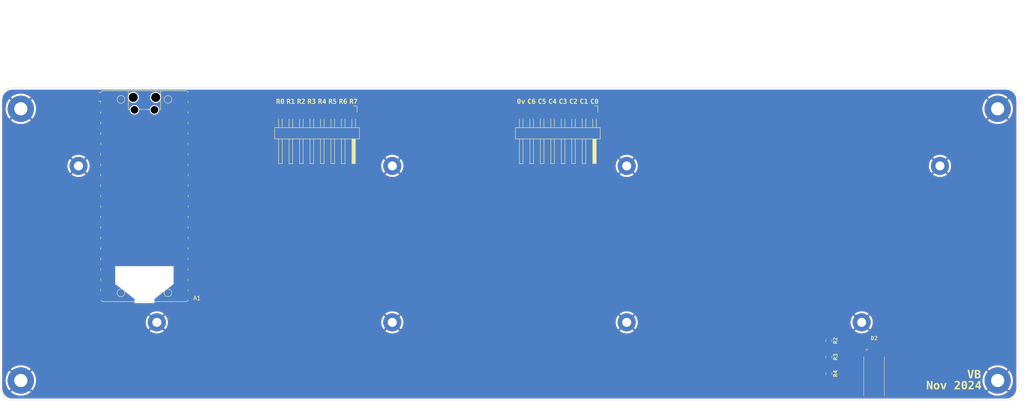
<source format=kicad_pcb>
(kicad_pcb (version 20240108) (generator "pcbnew") (generator_version "8.0")
  (layers (0 "F.Cu" signal) (31 "B.Cu" signal) (34 "B.Paste" user) (35 "F.Paste" user) (36 "B.SilkS" user "B.Silkscreen") (37 "F.SilkS" user "F.Silkscreen") (38 "B.Mask" user) (39 "F.Mask" user) (44 "Edge.Cuts" user))
  (net 0 "")
  (net 5 "/Col6")
  (net 6 "/LED B")
  (net 16 "+3V3")
  (net 17 "/LED G")
  (net 18 "/LED R")
  (net 19 "/Col0")
  (net 20 "/Col1")
  (net 21 "/Col2")
  (net 22 "/Col3")
  (net 23 "/Col4")
  (net 24 "/Col5")
  (net 25 "/HRow7")
  (net 26 "/HRow0")
  (net 27 "GND")
  (net 28 "/HRow1")
  (net 29 "/HRow4")
  (net 30 "/HRow3")
  (net 31 "/HRow6")
  (net 32 "/HRow5")
  (net 33 "/HRow2")
  (net 34 "Net-(D2-BK)")
  (net 35 "Net-(D2-RK)")
  (net 36 "Net-(D2-GK)")
  (footprint "MountingHole:MountingHole_2.2mm_M2_Pad" (layer "F.Cu") (at 251.75 97.375)
    (property "Reference" "H2" (hide yes))
    (property "Value" "M2")
    (pad "1" thru_hole circle (at 0 0) (size 4.4 4.4) (drill 2.2) (layers "*.Cu" "*.Mask") (net 27 "GND"))
  )
  (footprint "MountingHole:MountingHole_3.2mm_M3_Pad" (layer "F.Cu") (at 265.75 149.5)
    (property "Reference" "H12" (hide yes))
    (property "Value" "M3")
    (pad "1" thru_hole circle (at 0 0) (size 6.4 6.4) (drill 3.2) (layers "*.Cu" "*.Mask") (net 27 "GND"))
  )
  (footprint "MountingHole:MountingHole_2.2mm_M2_Pad" (layer "F.Cu") (at 118.875 135.375)
    (property "Reference" "H8" (hide yes))
    (property "Value" "M2")
    (pad "1" thru_hole circle (at 0 0) (size 4.4 4.4) (drill 2.2) (layers "*.Cu" "*.Mask") (net 27 "GND"))
  )
  (footprint "Module_RaspberryPi_Pico:RaspberryPi_Pico_Common_SMD" (layer "F.Cu") (at 58.75 104.72)
    (property "Reference" "A1" (at 11.7475 24.765 0) (layer "F.SilkS") (effects (justify left)))
    (property "Value" "RaspberryPi_Pico")
    (pad "" np_thru_hole circle (at -2.725 -24) (size 2.2 2.2) (drill 2.2) (layers "*.Mask"))
    (pad "" np_thru_hole circle (at -2.425 -20.97) (size 1.85 1.85) (drill 1.85) (layers "*.Mask"))
    (pad "" np_thru_hole circle (at 2.425 -20.97) (size 1.85 1.85) (drill 1.85) (layers "*.Mask"))
    (pad "" np_thru_hole circle (at 2.725 -24) (size 2.2 2.2) (drill 2.2) (layers "*.Mask"))
    (pad "1" smd custom (at -8.89 -24.13) (size 1.6 1.6) (layers "F.Cu" "F.Paste" "F.Mask") (options (clearance outline) (anchor circle)) (primitives (gr_poly (pts (xy -2.4 0.6) (xy -2.4 -0.6) (xy -2.2 -0.8) (xy 0 -0.8) (xy 0 0.8) (xy -2.2 0.8)) (width 0) (fill yes)) (gr_circle (center -2.2 0.6) (end -2 0.6) (width 0) (fill yes)) (gr_circle (center -2.2 -0.6) (end -2 -0.6) (width 0) (fill yes))))
    (pad "2" smd roundrect (at -8.89 -21.59) (size 3.2 1.6) (drill (offset -0.8 0)) (layers "F.Cu" "F.Paste" "F.Mask") (roundrect_rratio 0.5))
    (pad "3" smd custom (at -8.89 -19.05) (size 1.6 1.6) (layers "F.Cu" "F.Paste" "F.Mask") (net 27 "GND") (options (clearance outline) (anchor circle)) (primitives (gr_poly (pts (xy 0.8 -0.6) (xy 0.8 0.6) (xy 0.6 0.8) (xy -1.6 0.8) (xy -1.6 -0.8) (xy 0.6 -0.8)) (width 0) (fill yes)) (gr_circle (center 0.6 0.6) (end 0.8 0.6) (width 0) (fill yes)) (gr_circle (center 0.6 -0.6) (end 0.8 -0.6) (width 0) (fill yes)) (gr_circle (center -1.6 0) (end -0.8 0) (width 0) (fill yes))))
    (pad "4" smd roundrect (at -8.89 -16.51) (size 3.2 1.6) (drill (offset -0.8 0)) (layers "F.Cu" "F.Paste" "F.Mask") (roundrect_rratio 0.5))
    (pad "5" smd roundrect (at -8.89 -13.97) (size 3.2 1.6) (drill (offset -0.8 0)) (layers "F.Cu" "F.Paste" "F.Mask") (roundrect_rratio 0.5))
    (pad "6" smd roundrect (at -8.89 -11.43) (size 3.2 1.6) (drill (offset -0.8 0)) (layers "F.Cu" "F.Paste" "F.Mask") (roundrect_rratio 0.5))
    (pad "7" smd roundrect (at -8.89 -8.89) (size 3.2 1.6) (drill (offset -0.8 0)) (layers "F.Cu" "F.Paste" "F.Mask") (roundrect_rratio 0.5) (net 26 "/HRow0"))
    (pad "8" smd custom (at -8.89 -6.35) (size 1.6 1.6) (layers "F.Cu" "F.Paste" "F.Mask") (net 27 "GND") (options (clearance outline) (anchor circle)) (primitives (gr_poly (pts (xy 0.8 -0.6) (xy 0.8 0.6) (xy 0.6 0.8) (xy -1.6 0.8) (xy -1.6 -0.8) (xy 0.6 -0.8)) (width 0) (fill yes)) (gr_circle (center 0.6 0.6) (end 0.8 0.6) (width 0) (fill yes)) (gr_circle (center 0.6 -0.6) (end 0.8 -0.6) (width 0) (fill yes)) (gr_circle (center -1.6 0) (end -0.8 0) (width 0) (fill yes))))
    (pad "9" smd roundrect (at -8.89 -3.81) (size 3.2 1.6) (drill (offset -0.8 0)) (layers "F.Cu" "F.Paste" "F.Mask") (roundrect_rratio 0.5) (net 28 "/HRow1"))
    (pad "10" smd roundrect (at -8.89 -1.27) (size 3.2 1.6) (drill (offset -0.8 0)) (layers "F.Cu" "F.Paste" "F.Mask") (roundrect_rratio 0.5) (net 33 "/HRow2"))
    (pad "11" smd roundrect (at -8.89 1.27) (size 3.2 1.6) (drill (offset -0.8 0)) (layers "F.Cu" "F.Paste" "F.Mask") (roundrect_rratio 0.5) (net 30 "/HRow3"))
    (pad "12" smd roundrect (at -8.89 3.81) (size 3.2 1.6) (drill (offset -0.8 0)) (layers "F.Cu" "F.Paste" "F.Mask") (roundrect_rratio 0.5) (net 29 "/HRow4"))
    (pad "13" smd custom (at -8.89 6.35) (size 1.6 1.6) (layers "F.Cu" "F.Paste" "F.Mask") (net 27 "GND") (options (clearance outline) (anchor circle)) (primitives (gr_poly (pts (xy 0.8 -0.6) (xy 0.8 0.6) (xy 0.6 0.8) (xy -1.6 0.8) (xy -1.6 -0.8) (xy 0.6 -0.8)) (width 0) (fill yes)) (gr_circle (center 0.6 0.6) (end 0.8 0.6) (width 0) (fill yes)) (gr_circle (center 0.6 -0.6) (end 0.8 -0.6) (width 0) (fill yes)) (gr_circle (center -1.6 0) (end -0.8 0) (width 0) (fill yes))))
    (pad "14" smd roundrect (at -8.89 8.89) (size 3.2 1.6) (drill (offset -0.8 0)) (layers "F.Cu" "F.Paste" "F.Mask") (roundrect_rratio 0.5) (net 32 "/HRow5"))
    (pad "15" smd roundrect (at -8.89 11.43) (size 3.2 1.6) (drill (offset -0.8 0)) (layers "F.Cu" "F.Paste" "F.Mask") (roundrect_rratio 0.5) (net 31 "/HRow6"))
    (pad "16" smd roundrect (at -8.89 13.97) (size 3.2 1.6) (drill (offset -0.8 0)) (layers "F.Cu" "F.Paste" "F.Mask") (roundrect_rratio 0.5) (net 25 "/HRow7"))
    (pad "17" smd roundrect (at -8.89 16.51) (size 3.2 1.6) (drill (offset -0.8 0)) (layers "F.Cu" "F.Paste" "F.Mask") (roundrect_rratio 0.5) (net 18 "/LED R"))
    (pad "18" smd custom (at -8.89 19.05) (size 1.6 1.6) (layers "F.Cu" "F.Paste" "F.Mask") (net 27 "GND") (options (clearance outline) (anchor circle)) (primitives (gr_poly (pts (xy 0.8 -0.6) (xy 0.8 0.6) (xy 0.6 0.8) (xy -1.6 0.8) (xy -1.6 -0.8) (xy 0.6 -0.8)) (width 0) (fill yes)) (gr_circle (center 0.6 0.6) (end 0.8 0.6) (width 0) (fill yes)) (gr_circle (center 0.6 -0.6) (end 0.8 -0.6) (width 0) (fill yes)) (gr_circle (center -1.6 0) (end -0.8 0) (width 0) (fill yes))))
    (pad "19" smd roundrect (at -8.89 21.59) (size 3.2 1.6) (drill (offset -0.8 0)) (layers "F.Cu" "F.Paste" "F.Mask") (roundrect_rratio 0.5) (net 17 "/LED G"))
    (pad "20" smd roundrect (at -8.89 24.13) (size 3.2 1.6) (drill (offset -0.8 0)) (layers "F.Cu" "F.Paste" "F.Mask") (roundrect_rratio 0.5) (net 6 "/LED B"))
    (pad "21" smd roundrect (at 8.89 24.13) (size 3.2 1.6) (drill (offset 0.8 0)) (layers "F.Cu" "F.Paste" "F.Mask") (roundrect_rratio 0.5) (net 19 "/Col0"))
    (pad "22" smd roundrect (at 8.89 21.59) (size 3.2 1.6) (drill (offset 0.8 0)) (layers "F.Cu" "F.Paste" "F.Mask") (roundrect_rratio 0.5) (net 20 "/Col1"))
    (pad "23" smd custom (at 8.89 19.05) (size 1.6 1.6) (layers "F.Cu" "F.Paste" "F.Mask") (net 27 "GND") (options (clearance outline) (anchor circle)) (primitives (gr_poly (pts (xy -0.8 -0.6) (xy -0.8 0.6) (xy -0.6 0.8) (xy 1.6 0.8) (xy 1.6 -0.8) (xy -0.6 -0.8)) (width 0) (fill yes)) (gr_circle (center -0.6 0.6) (end -0.4 0.6) (width 0) (fill yes)) (gr_circle (center -0.6 -0.6) (end -0.4 -0.6) (width 0) (fill yes)) (gr_circle (center 1.6 0) (end 2.4 0) (width 0) (fill yes))))
    (pad "24" smd roundrect (at 8.89 16.51) (size 3.2 1.6) (drill (offset 0.8 0)) (layers "F.Cu" "F.Paste" "F.Mask") (roundrect_rratio 0.5) (net 21 "/Col2"))
    (pad "25" smd roundrect (at 8.89 13.97) (size 3.2 1.6) (drill (offset 0.8 0)) (layers "F.Cu" "F.Paste" "F.Mask") (roundrect_rratio 0.5) (net 22 "/Col3"))
    (pad "26" smd roundrect (at 8.89 11.43) (size 3.2 1.6) (drill (offset 0.8 0)) (layers "F.Cu" "F.Paste" "F.Mask") (roundrect_rratio 0.5) (net 23 "/Col4"))
    (pad "27" smd roundrect (at 8.89 8.89) (size 3.2 1.6) (drill (offset 0.8 0)) (layers "F.Cu" "F.Paste" "F.Mask") (roundrect_rratio 0.5) (net 24 "/Col5"))
    (pad "28" smd custom (at 8.89 6.35) (size 1.6 1.6) (layers "F.Cu" "F.Paste" "F.Mask") (net 27 "GND") (options (clearance outline) (anchor circle)) (primitives (gr_poly (pts (xy -0.8 -0.6) (xy -0.8 0.6) (xy -0.6 0.8) (xy 1.6 0.8) (xy 1.6 -0.8) (xy -0.6 -0.8)) (width 0) (fill yes)) (gr_circle (center -0.6 0.6) (end -0.4 0.6) (width 0) (fill yes)) (gr_circle (center -0.6 -0.6) (end -0.4 -0.6) (width 0) (fill yes)) (gr_circle (center 1.6 0) (end 2.4 0) (width 0) (fill yes))))
    (pad "29" smd roundrect (at 8.89 3.81) (size 3.2 1.6) (drill (offset 0.8 0)) (layers "F.Cu" "F.Paste" "F.Mask") (roundrect_rratio 0.5) (net 5 "/Col6"))
    (pad "30" smd roundrect (at 8.89 1.27) (size 3.2 1.6) (drill (offset 0.8 0)) (layers "F.Cu" "F.Paste" "F.Mask") (roundrect_rratio 0.5))
    (pad "31" smd roundrect (at 8.89 -1.27) (size 3.2 1.6) (drill (offset 0.8 0)) (layers "F.Cu" "F.Paste" "F.Mask") (roundrect_rratio 0.5))
    (pad "32" smd roundrect (at 8.89 -3.81) (size 3.2 1.6) (drill (offset 0.8 0)) (layers "F.Cu" "F.Paste" "F.Mask") (roundrect_rratio 0.5))
    (pad "33" smd custom (at 8.89 -6.35) (size 1.6 1.6) (layers "F.Cu" "F.Paste" "F.Mask") (net 27 "GND") (options (clearance outline) (anchor circle)) (primitives (gr_poly (pts (xy -0.8 -0.6) (xy -0.8 0.6) (xy -0.6 0.8) (xy 1.6 0.8) (xy 1.6 -0.8) (xy -0.6 -0.8)) (width 0) (fill yes)) (gr_circle (center -0.6 0.6) (end -0.4 0.6) (width 0) (fill yes)) (gr_circle (center -0.6 -0.6) (end -0.4 -0.6) (width 0) (fill yes)) (gr_circle (center 1.6 0) (end 2.4 0) (width 0) (fill yes))))
    (pad "34" smd roundrect (at 8.89 -8.89) (size 3.2 1.6) (drill (offset 0.8 0)) (layers "F.Cu" "F.Paste" "F.Mask") (roundrect_rratio 0.5))
    (pad "35" smd roundrect (at 8.89 -11.43) (size 3.2 1.6) (drill (offset 0.8 0)) (layers "F.Cu" "F.Paste" "F.Mask") (roundrect_rratio 0.5))
    (pad "36" smd roundrect (at 8.89 -13.97) (size 3.2 1.6) (drill (offset 0.8 0)) (layers "F.Cu" "F.Paste" "F.Mask") (roundrect_rratio 0.5) (net 16 "+3V3"))
    (pad "37" smd roundrect (at 8.89 -16.51) (size 3.2 1.6) (drill (offset 0.8 0)) (layers "F.Cu" "F.Paste" "F.Mask") (roundrect_rratio 0.5))
    (pad "38" smd custom (at 8.89 -19.05) (size 1.6 1.6) (layers "F.Cu" "F.Paste" "F.Mask") (net 27 "GND") (options (clearance outline) (anchor circle)) (primitives (gr_poly (pts (xy -0.8 -0.6) (xy -0.8 0.6) (xy -0.6 0.8) (xy 1.6 0.8) (xy 1.6 -0.8) (xy -0.6 -0.8)) (width 0) (fill yes)) (gr_circle (center -0.6 0.6) (end -0.4 0.6) (width 0) (fill yes)) (gr_circle (center -0.6 -0.6) (end -0.4 -0.6) (width 0) (fill yes)) (gr_circle (center 1.6 0) (end 2.4 0) (width 0) (fill yes))))
    (pad "39" smd roundrect (at 8.89 -21.59) (size 3.2 1.6) (drill (offset 0.8 0)) (layers "F.Cu" "F.Paste" "F.Mask") (roundrect_rratio 0.5))
    (pad "40" smd roundrect (at 8.89 -24.13) (size 3.2 1.6) (drill (offset 0.8 0)) (layers "F.Cu" "F.Paste" "F.Mask") (roundrect_rratio 0.5))
    (zone (net 0) (net_name "") (layers "*.Cu" "*.Paste") (name "Antenna Copper Keep Out") (connect_pads (clearance 0)) (min_thickness 0.254)
      (keepout (tracks not_allowed) (vias not_allowed) (pads not_allowed) (copperpour not_allowed) (footprints allowed))
      (fill (thermal_gap 0.508) (thermal_bridge_width 0.508))
      (polygon (pts (xy 56.35 129.709895) (xy 51.65 126.059895) (xy 51.65 121.72) (xy 65.85 121.72) (xy 65.85 126.059895) (xy 61.15 129.709895) (xy 61.15 130.72) (xy 56.35 130.72)))
    )
    (zone (net 0) (net_name "") (layers "F.Cu" "F.Paste") (name "Pad Keep Out D1-W") (connect_pads (clearance 0)) (min_thickness 0.25)
      (keepout (tracks not_allowed) (vias not_allowed) (pads not_allowed) (copperpour not_allowed) (footprints allowed))
      (fill (thermal_gap 0.5) (thermal_bridge_width 0.5))
      (polygon (pts (xy 58.378778 109.520398) (xy 58.434498 109.464678) (xy 58.5073 109.434522) (xy 58.5467 109.4326) (xy 59.3341 109.4326) (xy 59.3341 111.4074) (xy 58.5467 111.4074) (xy 58.5073 111.405478) (xy 58.434498 111.375322) (xy 58.378778 111.319602) (xy 58.348622 111.2468) (xy 58.3467 111.2074) (xy 58.3467 109.6326) (xy 58.348622 109.5932)))
    )
    (zone (net 0) (net_name "") (layers "F.Cu" "F.Paste") (name "Pad Keep Out D1-W") (connect_pads (clearance 0)) (min_thickness 0.25)
      (keepout (tracks not_allowed) (vias not_allowed) (pads not_allowed) (copperpour not_allowed) (footprints allowed))
      (fill (thermal_gap 0.5) (thermal_bridge_width 0.5))
      (polygon (pts (xy 60.1215 111.4074) (xy 59.3341 111.4074) (xy 59.3341 109.4326) (xy 60.1215 109.4326) (xy 60.1609 109.434522) (xy 60.233702 109.464677) (xy 60.289423 109.520398) (xy 60.319578 109.5932) (xy 60.3215 109.6326) (xy 60.3215 111.2074) (xy 60.319578 111.2468) (xy 60.289423 111.319602) (xy 60.233702 111.375323) (xy 60.1609 111.405478)))
    )
    (zone (net 0) (net_name "") (layers "F.Cu" "F.Paste") (name "Pad Keep Out TP4") (connect_pads (clearance 0)) (min_thickness 0.25)
      (keepout (tracks not_allowed) (vias not_allowed) (pads not_allowed) (copperpour not_allowed) (footprints allowed))
      (fill (thermal_gap 0.5) (thermal_bridge_width 0.5))
      (polygon (pts (xy 55.734455 88.167861) (xy 55.607833 88.133932) (xy 55.494306 88.068388) (xy 55.401612 87.975694) (xy 55.336068 87.862167) (xy 55.302139 87.735545) (xy 55.3 87.67) (xy 55.3 87.22) (xy 57.2 87.22) (xy 57.2 87.67) (xy 57.197861 87.735545) (xy 57.163932 87.862167) (xy 57.098388 87.975694) (xy 57.005694 88.068388) (xy 56.892167 88.133932) (xy 56.765545 88.167861) (xy 56.7 88.17) (xy 55.8 88.17)))
    )
    (zone (net 0) (net_name "") (layers "F.Cu" "F.Paste") (name "Pad Keep Out TP5") (connect_pads (clearance 0)) (min_thickness 0.25)
      (keepout (tracks not_allowed) (vias not_allowed) (pads not_allowed) (copperpour not_allowed) (footprints allowed))
      (fill (thermal_gap 0.5) (thermal_bridge_width 0.5))
      (polygon (pts (xy 55.734455 90.667861) (xy 55.607833 90.633932) (xy 55.494306 90.568388) (xy 55.401612 90.475694) (xy 55.336068 90.362167) (xy 55.302139 90.235545) (xy 55.3 90.17) (xy 55.3 89.72) (xy 57.2 89.72) (xy 57.2 90.17) (xy 57.197861 90.235545) (xy 57.163932 90.362167) (xy 57.098388 90.475694) (xy 57.005694 90.568388) (xy 56.892167 90.633932) (xy 56.765545 90.667861) (xy 56.7 90.67) (xy 55.8 90.67)))
    )
    (zone (net 0) (net_name "") (layers "F.Cu" "F.Paste") (name "Pad Keep Out TP6") (connect_pads (clearance 0)) (min_thickness 0.25)
      (keepout (tracks not_allowed) (vias not_allowed) (pads not_allowed) (copperpour not_allowed) (footprints allowed))
      (fill (thermal_gap 0.5) (thermal_bridge_width 0.5))
      (polygon (pts (xy 55.734455 93.167861) (xy 55.607833 93.133932) (xy 55.494306 93.068388) (xy 55.401612 92.975694) (xy 55.336068 92.862167) (xy 55.302139 92.735545) (xy 55.3 92.67) (xy 55.3 92.22) (xy 57.2 92.22) (xy 57.2 92.67) (xy 57.197861 92.735545) (xy 57.163932 92.862167) (xy 57.098388 92.975694) (xy 57.005694 93.068388) (xy 56.892167 93.133932) (xy 56.765545 93.167861) (xy 56.7 93.17) (xy 55.8 93.17)))
    )
    (zone (net 0) (net_name "") (layers "F.Cu" "F.Paste") (name "Pad Keep Out TP3") (connect_pads (clearance 0)) (min_thickness 0.25)
      (keepout (tracks not_allowed) (vias not_allowed) (pads not_allowed) (copperpour not_allowed) (footprints allowed))
      (fill (thermal_gap 0.5) (thermal_bridge_width 0.5))
      (polygon (pts (xy 56.802139 79.904455) (xy 56.836068 79.777833) (xy 56.901612 79.664306) (xy 56.994306 79.571612) (xy 57.107833 79.506068) (xy 57.234455 79.472139) (xy 57.3 79.47) (xy 57.75 79.47) (xy 57.75 81.37) (xy 57.3 81.37) (xy 57.234455 81.367861) (xy 57.107833 81.333932) (xy 56.994306 81.268388) (xy 56.901612 81.175694) (xy 56.836068 81.062167) (xy 56.802139 80.935545) (xy 56.8 80.87) (xy 56.8 79.97)))
    )
    (zone (net 0) (net_name "") (layers "F.Cu" "F.Paste") (name "Pad Keep Out TP4") (connect_pads (clearance 0)) (min_thickness 0.25)
      (keepout (tracks not_allowed) (vias not_allowed) (pads not_allowed) (copperpour not_allowed) (footprints allowed))
      (fill (thermal_gap 0.5) (thermal_bridge_width 0.5))
      (polygon (pts (xy 57.2 87.22) (xy 57.2 86.77) (xy 57.197861 86.704455) (xy 57.163933 86.577833) (xy 57.098388 86.464306) (xy 57.005694 86.371612) (xy 56.892167 86.306067) (xy 56.765545 86.272139) (xy 56.7 86.27) (xy 55.8 86.27) (xy 55.734455 86.272139) (xy 55.607833 86.306067) (xy 55.494306 86.371612) (xy 55.401612 86.464306) (xy 55.336067 86.577833) (xy 55.302139 86.704455) (xy 55.3 86.77) (xy 55.3 87.22)))
    )
    (zone (net 0) (net_name "") (layers "F.Cu" "F.Paste") (name "Pad Keep Out TP5") (connect_pads (clearance 0)) (min_thickness 0.25)
      (keepout (tracks not_allowed) (vias not_allowed) (pads not_allowed) (copperpour not_allowed) (footprints allowed))
      (fill (thermal_gap 0.5) (thermal_bridge_width 0.5))
      (polygon (pts (xy 57.2 89.72) (xy 57.2 89.27) (xy 57.197861 89.204455) (xy 57.163933 89.077833) (xy 57.098388 88.964306) (xy 57.005694 88.871612) (xy 56.892167 88.806067) (xy 56.765545 88.772139) (xy 56.7 88.77) (xy 55.8 88.77) (xy 55.734455 88.772139) (xy 55.607833 88.806067) (xy 55.494306 88.871612) (xy 55.401612 88.964306) (xy 55.336067 89.077833) (xy 55.302139 89.204455) (xy 55.3 89.27) (xy 55.3 89.72)))
    )
    (zone (net 0) (net_name "") (layers "F.Cu" "F.Paste") (name "Pad Keep Out TP6") (connect_pads (clearance 0)) (min_thickness 0.25)
      (keepout (tracks not_allowed) (vias not_allowed) (pads not_allowed) (copperpour not_allowed) (footprints allowed))
      (fill (thermal_gap 0.5) (thermal_bridge_width 0.5))
      (polygon (pts (xy 57.2 92.22) (xy 57.2 91.77) (xy 57.197861 91.704455) (xy 57.163933 91.577833) (xy 57.098388 91.464306) (xy 57.005694 91.371612) (xy 56.892167 91.306067) (xy 56.765545 91.272139) (xy 56.7 91.27) (xy 55.8 91.27) (xy 55.734455 91.272139) (xy 55.607833 91.306067) (xy 55.494306 91.371612) (xy 55.401612 91.464306) (xy 55.336067 91.577833) (xy 55.302139 91.704455) (xy 55.3 91.77) (xy 55.3 92.22)))
    )
    (zone (net 0) (net_name "") (layers "F.Cu" "F.Paste") (name "Pad Keep Out TP3") (connect_pads (clearance 0)) (min_thickness 0.25)
      (keepout (tracks not_allowed) (vias not_allowed) (pads not_allowed) (copperpour not_allowed) (footprints allowed))
      (fill (thermal_gap 0.5) (thermal_bridge_width 0.5))
      (polygon (pts (xy 57.75 81.37) (xy 58.2 81.37) (xy 58.265545 81.367861) (xy 58.392167 81.333933) (xy 58.505694 81.268388) (xy 58.598388 81.175694) (xy 58.663933 81.062167) (xy 58.697861 80.935545) (xy 58.7 80.87) (xy 58.7 79.97) (xy 58.697861 79.904455) (xy 58.663933 79.777833) (xy 58.598388 79.664306) (xy 58.505694 79.571612) (xy 58.392167 79.506067) (xy 58.265545 79.472139) (xy 58.2 79.47) (xy 57.75 79.47)))
    )
    (zone (net 0) (net_name "") (layers "F.Cu" "F.Paste") (name "Pad Keep Out TP1") (connect_pads (clearance 0)) (min_thickness 0.25)
      (keepout (tracks not_allowed) (vias not_allowed) (pads not_allowed) (copperpour not_allowed) (footprints allowed))
      (fill (thermal_gap 0.5) (thermal_bridge_width 0.5))
      (polygon (pts (xy 57.802139 83.204455) (xy 57.836068 83.077833) (xy 57.901612 82.964306) (xy 57.994306 82.871612) (xy 58.107833 82.806068) (xy 58.234455 82.772139) (xy 58.3 82.77) (xy 58.75 82.77) (xy 58.75 84.67) (xy 58.3 84.67) (xy 58.234455 84.667861) (xy 58.107833 84.633932) (xy 57.994306 84.568388) (xy 57.901612 84.475694) (xy 57.836068 84.362167) (xy 57.802139 84.235545) (xy 57.8 84.17) (xy 57.8 83.27)))
    )
    (zone (net 0) (net_name "") (layers "F.Cu" "F.Paste") (name "Pad Keep Out D2") (connect_pads (clearance 0)) (min_thickness 0.25)
      (keepout (tracks not_allowed) (vias not_allowed) (pads not_allowed) (copperpour not_allowed) (footprints allowed))
      (fill (thermal_gap 0.5) (thermal_bridge_width 0.5))
      (polygon (pts (xy 58.15 127.62) (xy 58.75 127.62) (arc (start 58.75 131.22) (mid 58.042893 130.927107) (end 57.75 130.22)) (xy 57.75 128.02) (xy 57.752193 127.956994) (xy 57.791133 127.837148) (xy 57.865201 127.735201) (xy 57.967148 127.661133) (xy 58.086994 127.622193)))
    )
    (zone (net 0) (net_name "") (layers "F.Cu" "F.Paste") (name "Pad Keep Out TP1") (connect_pads (clearance 0)) (min_thickness 0.25)
      (keepout (tracks not_allowed) (vias not_allowed) (pads not_allowed) (copperpour not_allowed) (footprints allowed))
      (fill (thermal_gap 0.5) (thermal_bridge_width 0.5))
      (polygon (pts (xy 58.75 84.67) (xy 59.2 84.67) (xy 59.265545 84.667861) (xy 59.392167 84.633933) (xy 59.505694 84.568388) (xy 59.598388 84.475694) (xy 59.663933 84.362167) (xy 59.697861 84.235545) (xy 59.7 84.17) (xy 59.7 83.27) (xy 59.697861 83.204455) (xy 59.663933 83.077833) (xy 59.598388 82.964306) (xy 59.505694 82.871612) (xy 59.392167 82.806067) (xy 59.265545 82.772139) (xy 59.2 82.77) (xy 58.75 82.77)))
    )
    (zone (net 0) (net_name "") (layers "F.Cu" "F.Paste") (name "Pad Keep Out TP2") (connect_pads (clearance 0)) (min_thickness 0.25)
      (keepout (tracks not_allowed) (vias not_allowed) (pads not_allowed) (copperpour not_allowed) (footprints allowed))
      (fill (thermal_gap 0.5) (thermal_bridge_width 0.5))
      (polygon (pts (xy 58.802139 79.919455) (xy 58.836068 79.792833) (xy 58.901612 79.679306) (xy 58.994306 79.586612) (xy 59.107833 79.521068) (xy 59.234455 79.487139) (xy 59.3 79.485) (xy 59.75 79.485) (xy 59.75 81.385) (xy 59.3 81.385) (xy 59.234455 81.382861) (xy 59.107833 81.348932) (xy 58.994306 81.283388) (xy 58.901612 81.190694) (xy 58.836068 81.077167) (xy 58.802139 80.950545) (xy 58.8 80.885) (xy 58.8 79.985)))
    )
    (zone (net 0) (net_name "") (layers "F.Cu" "F.Paste") (name "Pad Keep Out D2") (connect_pads (clearance 0)) (min_thickness 0.25)
      (keepout (tracks not_allowed) (vias not_allowed) (pads not_allowed) (copperpour not_allowed) (footprints allowed))
      (fill (thermal_gap 0.5) (thermal_bridge_width 0.5))
      (polygon (pts (xy 59.35 127.62) (xy 59.412964 127.622462) (xy 59.532728 127.661376) (xy 59.634606 127.735394) (xy 59.708624 127.837272) (xy 59.747538 127.957036) (xy 59.75 128.02) (arc (start 59.75 130.22) (mid 59.457107 130.927107) (end 58.75 131.22)) (xy 58.75 127.62)))
    )
    (zone (net 0) (net_name "") (layers "F.Cu" "F.Paste") (name "Pad Keep Out TP2") (connect_pads (clearance 0)) (min_thickness 0.25)
      (keepout (tracks not_allowed) (vias not_allowed) (pads not_allowed) (copperpour not_allowed) (footprints allowed))
      (fill (thermal_gap 0.5) (thermal_bridge_width 0.5))
      (polygon (pts (xy 59.75 81.385) (xy 60.2 81.385) (xy 60.265545 81.382861) (xy 60.392167 81.348933) (xy 60.505694 81.283388) (xy 60.598388 81.190694) (xy 60.663933 81.077167) (xy 60.697861 80.950545) (xy 60.7 80.885) (xy 60.7 79.985) (xy 60.697861 79.919455) (xy 60.663933 79.792833) (xy 60.598388 79.679306) (xy 60.505694 79.586612) (xy 60.392167 79.521067) (xy 60.265545 79.487139) (xy 60.2 79.485) (xy 59.75 79.485)))
    )
    (zone (net 0) (net_name "") (layers "F.Cu" "F.Paste") (name "Pad Keep Out D1") (connect_pads (clearance 0)) (min_thickness 0.25)
      (keepout (tracks not_allowed) (vias not_allowed) (pads not_allowed) (copperpour not_allowed) (footprints allowed))
      (fill (thermal_gap 0.5) (thermal_bridge_width 0.5))
      (polygon (pts (arc (start 55.21 130.22) (mid 55.502893 130.927107) (end 56.21 131.22)) (arc (start 56.21 127.62) (mid 55.502893 127.912893) (end 55.21 128.62))))
    )
    (zone (net 0) (net_name "") (layers "F.Cu" "F.Paste") (name "Pad Keep Out D1") (connect_pads (clearance 0)) (min_thickness 0.25)
      (keepout (tracks not_allowed) (vias not_allowed) (pads not_allowed) (copperpour not_allowed) (footprints allowed))
      (fill (thermal_gap 0.5) (thermal_bridge_width 0.5))
      (polygon (pts (arc (start 56.21 131.22) (mid 56.917107 130.927107) (end 57.21 130.22)) (arc (start 57.21 128.62) (mid 56.917107 127.912893) (end 56.21 127.62))))
    )
    (zone (net 0) (net_name "") (layers "F.Cu" "F.Paste") (name "Pad Keep Out D3") (connect_pads (clearance 0)) (min_thickness 0.25)
      (keepout (tracks not_allowed) (vias not_allowed) (pads not_allowed) (copperpour not_allowed) (footprints allowed))
      (fill (thermal_gap 0.5) (thermal_bridge_width 0.5))
      (polygon (pts (arc (start 60.290141 130.219925) (mid 60.583034 130.927032) (end 61.290141 131.219925)) (arc (start 61.290141 127.619925) (mid 60.583034 127.912818) (end 60.290141 128.619925))))
    )
    (zone (net 0) (net_name "") (layers "F.Cu" "F.Paste") (name "Pad Keep Out D3") (connect_pads (clearance 0)) (min_thickness 0.25)
      (keepout (tracks not_allowed) (vias not_allowed) (pads not_allowed) (copperpour not_allowed) (footprints allowed))
      (fill (thermal_gap 0.5) (thermal_bridge_width 0.5))
      (polygon (pts (arc (start 61.290141 131.219925) (mid 61.997248 130.927032) (end 62.290141 130.219925)) (arc (start 62.290141 128.619925) (mid 61.997248 127.912818) (end 61.290141 127.619925))))
    )
    (zone (net 0) (net_name "") (layers "F.Cu" "F.Paste") (name "Pad Keep Out D2-W") (connect_pads (clearance 0)) (min_thickness 0.254)
      (keepout (tracks not_allowed) (vias not_allowed) (pads not_allowed) (copperpour not_allowed) (footprints allowed))
      (fill (thermal_gap 0.508) (thermal_bridge_width 0.508))
      (polygon (pts (xy 62.866278 110.42) (xy 62.847382 110.227285) (xy 62.791414 110.04191) (xy 62.700506 109.870937) (xy 62.57812 109.720877) (xy 62.428919 109.597447) (xy 62.258584 109.505348) (xy 62.073605 109.448087) (xy 61.881027 109.427846) (xy 61.688184 109.445396) (xy 61.502424 109.500069) (xy 61.33082 109.589781) (xy 61.179909 109.711116) (xy 61.055441 109.859452) (xy 60.962154 110.02914) (xy 60.903603 110.213715) (xy 60.882019 110.406147) (xy 60.898222 110.599107) (xy 60.951596 110.785245) (xy 61.040108 110.957471) (xy 61.160387 111.109225) (xy 61.307851 111.234726) (xy 61.476882 111.329195) (xy 61.661044 111.389033) (xy 61.853321 111.41196) (xy 62.04639 111.397105) (xy 62.232896 111.345031) (xy 62.405736 111.257724) (xy 62.558325 111.138507) (xy 62.684853 110.991923) (xy 62.7805 110.823555) (xy 62.841622 110.639816) (xy 62.865891 110.447703)))
    )
    (zone (net 0) (net_name "") (layers "F.Cu" "F.Paste") (name "Pad Keep Out D3-W") (connect_pads (clearance 0)) (min_thickness 0.254)
      (keepout (tracks not_allowed) (vias not_allowed) (pads not_allowed) (copperpour not_allowed) (footprints allowed))
      (fill (thermal_gap 0.508) (thermal_bridge_width 0.508))
      (polygon (pts (xy 65.406278 110.42) (xy 65.387382 110.227285) (xy 65.331414 110.04191) (xy 65.240506 109.870937) (xy 65.11812 109.720877) (xy 64.968919 109.597447) (xy 64.798584 109.505348) (xy 64.613605 109.448087) (xy 64.421027 109.427846) (xy 64.228184 109.445396) (xy 64.042424 109.500069) (xy 63.87082 109.589781) (xy 63.719909 109.711116) (xy 63.595441 109.859452) (xy 63.502154 110.02914) (xy 63.443603 110.213715) (xy 63.422019 110.406147) (xy 63.438222 110.599107) (xy 63.491596 110.785245) (xy 63.580108 110.957471) (xy 63.700387 111.109225) (xy 63.847851 111.234726) (xy 64.016882 111.329195) (xy 64.201044 111.389033) (xy 64.393321 111.41196) (xy 64.58639 111.397105) (xy 64.772896 111.345031) (xy 64.945736 111.257724) (xy 65.098325 111.138507) (xy 65.224853 110.991923) (xy 65.3205 110.823555) (xy 65.381622 110.639816) (xy 65.405891 110.447703)))
    )
  )
  (footprint "Connector_Harwin:Harwin_M20-89008xx_1x08_P2.54mm_Horizontal" (layer "F.Cu") (at 159.04 89.925 -90)
    (property "Reference" "J1" (hide yes))
    (property "Value" "Conn_01x08_Pin")
    (pad "" smd rect (at 3.895 -8.89 270) (size 6 0.76) (layers "F.SilkS"))
    (pad "1" smd rect (at -5.525 -8.89 270) (size 2.5 1) (layers "F.Cu" "F.Paste" "F.Mask") (net 19 "/Col0"))
    (pad "2" smd rect (at -5.525 -6.35 270) (size 2.5 1) (layers "F.Cu" "F.Paste" "F.Mask") (net 20 "/Col1"))
    (pad "3" smd rect (at -5.525 -3.81 270) (size 2.5 1) (layers "F.Cu" "F.Paste" "F.Mask") (net 21 "/Col2"))
    (pad "4" smd rect (at -5.525 -1.27 270) (size 2.5 1) (layers "F.Cu" "F.Paste" "F.Mask") (net 22 "/Col3"))
    (pad "5" smd rect (at -5.525 1.27 270) (size 2.5 1) (layers "F.Cu" "F.Paste" "F.Mask") (net 23 "/Col4"))
    (pad "6" smd rect (at -5.525 3.81 270) (size 2.5 1) (layers "F.Cu" "F.Paste" "F.Mask") (net 24 "/Col5"))
    (pad "7" smd rect (at -5.525 6.35 270) (size 2.5 1) (layers "F.Cu" "F.Paste" "F.Mask") (net 5 "/Col6"))
    (pad "8" smd rect (at -5.525 8.89 270) (size 2.5 1) (layers "F.Cu" "F.Paste" "F.Mask") (net 27 "GND"))
  )
  (footprint "MountingHole:MountingHole_2.2mm_M2_Pad" (layer "F.Cu") (at 118.875 97.375)
    (property "Reference" "H6" (hide yes))
    (property "Value" "M2")
    (pad "1" thru_hole circle (at 0 0) (size 4.4 4.4) (drill 2.2) (layers "*.Cu" "*.Mask") (net 27 "GND"))
  )
  (footprint "MountingHole:MountingHole_2.2mm_M2_Pad" (layer "F.Cu") (at 232.75 135.375)
    (property "Reference" "H5" (hide yes))
    (property "Value" "M2")
    (pad "1" thru_hole circle (at 0 0) (size 4.4 4.4) (drill 2.2) (layers "*.Cu" "*.Mask") (net 27 "GND"))
  )
  (footprint "MountingHole:MountingHole_3.2mm_M3_Pad" (layer "F.Cu") (at 28.75 83.5)
    (property "Reference" "H9" (hide yes))
    (property "Value" "M3")
    (pad "1" thru_hole circle (at 0 0) (size 6.4 6.4) (drill 3.2) (layers "*.Cu" "*.Mask") (net 27 "GND"))
  )
  (footprint "Resistor_SMD:R_0805_2012Metric" (layer "F.Cu") (at 224.79 143.764 -90)
    (property "Reference" "R3" (at 0 -1.65 90) (layer "F.SilkS") (effects (font (thickness 0.2) (bold yes))))
    (property "Value" "R")
    (pad "1" smd roundrect (at -0.9125 0 270) (size 1.025 1.4) (layers "F.Cu" "F.Paste" "F.Mask") (roundrect_rratio 0.243902) (net 17 "/LED G"))
    (pad "2" smd roundrect (at 0.9125 0 270) (size 1.025 1.4) (layers "F.Cu" "F.Paste" "F.Mask") (roundrect_rratio 0.243902) (net 36 "Net-(D2-GK)"))
  )
  (footprint "MountingHole:MountingHole_2.2mm_M2_Pad" (layer "F.Cu") (at 175.75 135.375)
    (property "Reference" "H1" (hide yes))
    (property "Value" "M2")
    (pad "1" thru_hole circle (at 0 0) (size 4.4 4.4) (drill 2.2) (layers "*.Cu" "*.Mask") (net 27 "GND"))
  )
  (footprint "Smal:ARGB horizontal" (layer "F.Cu") (at 235.8032 143.105)
    (property "Reference" "D2" (at 0 -3.8114 180) (layer "F.SilkS") (effects (font (thickness 0.2) (bold yes))))
    (property "Value" "LED_ARGB")
    (pad "1" smd rect (at 0.6 -1.5) (size 0.8 3) (layers "F.Cu" "F.Paste" "F.Mask") (net 16 "+3V3"))
    (pad "2" smd rect (at 1.85 -1.15) (size 0.8 2.3) (layers "F.Cu" "F.Paste" "F.Mask") (net 35 "Net-(D2-RK)"))
    (pad "3" smd rect (at -0.65 -1.3) (size 0.8 2.6) (layers "F.Cu" "F.Paste" "F.Mask") (net 36 "Net-(D2-GK)"))
    (pad "4" smd rect (at -1.9 -1) (size 0.8 2) (layers "F.Cu" "F.Paste" "F.Mask") (net 34 "Net-(D2-BK)"))
  )
  (footprint "MountingHole:MountingHole_3.2mm_M3_Pad" (layer "F.Cu") (at 265.75 83.5)
    (property "Reference" "H10" (hide yes))
    (property "Value" "M3")
    (pad "1" thru_hole circle (at 0 0) (size 6.4 6.4) (drill 3.2) (layers "*.Cu" "*.Mask") (net 27 "GND"))
  )
  (footprint "MountingHole:MountingHole_3.2mm_M3_Pad" (layer "F.Cu") (at 28.75 149.5)
    (property "Reference" "H11" (hide yes))
    (property "Value" "M3")
    (pad "1" thru_hole circle (at 0 0) (size 6.4 6.4) (drill 3.2) (layers "*.Cu" "*.Mask") (net 27 "GND"))
  )
  (footprint "Resistor_SMD:R_0805_2012Metric" (layer "F.Cu") (at 224.79 139.8035 -90)
    (property "Reference" "R2" (at 0 -1.65 90) (layer "F.SilkS") (effects (font (thickness 0.2) (bold yes))))
    (property "Value" "R")
    (pad "1" smd roundrect (at -0.9125 0 270) (size 1.025 1.4) (layers "F.Cu" "F.Paste" "F.Mask") (roundrect_rratio 0.243902) (net 18 "/LED R"))
    (pad "2" smd roundrect (at 0.9125 0 270) (size 1.025 1.4) (layers "F.Cu" "F.Paste" "F.Mask") (roundrect_rratio 0.243902) (net 35 "Net-(D2-RK)"))
  )
  (footprint "MountingHole:MountingHole_2.2mm_M2_Pad" (layer "F.Cu") (at 42.75 97.375)
    (property "Reference" "H3" (hide yes))
    (property "Value" "M2")
    (pad "1" thru_hole circle (at 0 0) (size 4.4 4.4) (drill 2.2) (layers "*.Cu" "*.Mask") (net 27 "GND"))
  )
  (footprint "Resistor_SMD:R_0805_2012Metric" (layer "F.Cu") (at 224.79 147.828 -90)
    (property "Reference" "R4" (at 0 -1.65 90) (layer "F.SilkS") (effects (font (thickness 0.2) (bold yes))))
    (property "Value" "R")
    (pad "1" smd roundrect (at -0.9125 0 270) (size 1.025 1.4) (layers "F.Cu" "F.Paste" "F.Mask") (roundrect_rratio 0.243902) (net 6 "/LED B"))
    (pad "2" smd roundrect (at 0.9125 0 270) (size 1.025 1.4) (layers "F.Cu" "F.Paste" "F.Mask") (roundrect_rratio 0.243902) (net 34 "Net-(D2-BK)"))
  )
  (footprint "Connector_Harwin:Harwin_M20-89008xx_1x08_P2.54mm_Horizontal" (layer "F.Cu") (at 100.62 89.925 -90)
    (property "Reference" "J2" (hide yes))
    (property "Value" "Conn_01x08_Pin")
    (pad "" smd rect (at 3.895 -8.89 270) (size 6 0.76) (layers "F.SilkS"))
    (pad "1" smd rect (at -5.525 -8.89 270) (size 2.5 1) (layers "F.Cu" "F.Paste" "F.Mask") (net 25 "/HRow7"))
    (pad "2" smd rect (at -5.525 -6.35 270) (size 2.5 1) (layers "F.Cu" "F.Paste" "F.Mask") (net 31 "/HRow6"))
    (pad "3" smd rect (at -5.525 -3.81 270) (size 2.5 1) (layers "F.Cu" "F.Paste" "F.Mask") (net 32 "/HRow5"))
    (pad "4" smd rect (at -5.525 -1.27 270) (size 2.5 1) (layers "F.Cu" "F.Paste" "F.Mask") (net 29 "/HRow4"))
    (pad "5" smd rect (at -5.525 1.27 270) (size 2.5 1) (layers "F.Cu" "F.Paste" "F.Mask") (net 30 "/HRow3"))
    (pad "6" smd rect (at -5.525 3.81 270) (size 2.5 1) (layers "F.Cu" "F.Paste" "F.Mask") (net 33 "/HRow2"))
    (pad "7" smd rect (at -5.525 6.35 270) (size 2.5 1) (layers "F.Cu" "F.Paste" "F.Mask") (net 28 "/HRow1"))
    (pad "8" smd rect (at -5.525 8.89 270) (size 2.5 1) (layers "F.Cu" "F.Paste" "F.Mask") (net 26 "/HRow0"))
  )
  (footprint "MountingHole:MountingHole_2.2mm_M2_Pad" (layer "F.Cu") (at 175.75 97.375)
    (property "Reference" "H7" (hide yes))
    (property "Value" "M2")
    (pad "1" thru_hole circle (at 0 0) (size 4.4 4.4) (drill 2.2) (layers "*.Cu" "*.Mask") (net 27 "GND"))
  )
  (footprint "MountingHole:MountingHole_2.2mm_M2_Pad" (layer "F.Cu") (at 61.75 135.375)
    (property "Reference" "H4" (hide yes))
    (property "Value" "M2")
    (pad "1" thru_hole circle (at 0 0) (size 4.4 4.4) (drill 2.2) (layers "*.Cu" "*.Mask") (net 27 "GND"))
  )
  (gr_line (start 233.25 143.75) (end 233.25 153.25) (stroke (width 0.1)) (layer "F.SilkS"))
  (gr_line (start 238.25 153.25) (end 238.25 143.75) (stroke (width 0.1)) (layer "F.SilkS"))
  (gr_arc (start 270.75 151.375) (mid 269.87132 153.49632) (end 267.75 154.375) (stroke (width 0.05)) (layer "Edge.Cuts"))
  (gr_line (start 26.75 154.375) (end 267.75 154.375) (stroke (width 0.05)) (layer "Edge.Cuts"))
  (gr_arc (start 26.75 154.375) (mid 24.62868 153.49632) (end 23.75 151.375) (stroke (width 0.05)) (layer "Edge.Cuts"))
  (gr_arc (start 267.75 78.375) (mid 269.87132 79.25368) (end 270.75 81.375) (stroke (width 0.05)) (layer "Edge.Cuts"))
  (gr_arc (start 23.75 81.375) (mid 24.62868 79.25368) (end 26.75 78.375) (stroke (width 0.05)) (layer "Edge.Cuts"))
  (gr_line (start 267.75 78.375) (end 26.75 78.375) (stroke (width 0.05)) (layer "Edge.Cuts"))
  (gr_line (start 23.75 81.375) (end 23.75 151.375) (stroke (width 0.05)) (layer "Edge.Cuts"))
  (gr_line (start 270.75 151.375) (end 270.75 81.375) (stroke (width 0.05)) (layer "Edge.Cuts"))
  (gr_text "C1" (at 165.354 81.788 0) (layer "F.SilkS") (effects (font (size 1.2 1.2) (thickness 0.2) (bold yes))))
  (gr_text "Nov 2024" (at 261.874 151.9936 0) (layer "F.SilkS") (effects (font (size 2 2) (thickness 0.4) (bold yes)) (justify right bottom)))
  (gr_text "R5" (at 104.394 81.788 0) (layer "F.SilkS") (effects (font (size 1.2 1.2) (thickness 0.2) (bold yes))))
  (gr_text "R0" (at 91.694 81.788 0) (layer "F.SilkS") (effects (font (size 1.2 1.2) (thickness 0.2) (bold yes))))
  (gr_text "C2" (at 162.814 81.788 0) (layer "F.SilkS") (effects (font (size 1.2 1.2) (thickness 0.2) (bold yes))))
  (gr_text "R1" (at 94.234 81.788 0) (layer "F.SilkS") (effects (font (size 1.2 1.2) (thickness 0.2) (bold yes))))
  (gr_text "C5" (at 155.194 81.788 0) (layer "F.SilkS") (effects (font (size 1.2 1.2) (thickness 0.2) (bold yes))))
  (gr_text "R7" (at 109.474 81.788 0) (layer "F.SilkS") (effects (font (size 1.2 1.2) (thickness 0.2) (bold yes))))
  (gr_text "C4" (at 157.734 81.788 0) (layer "F.SilkS") (effects (font (size 1.2 1.2) (thickness 0.2) (bold yes))))
  (gr_text "R6" (at 106.934 81.788 0) (layer "F.SilkS") (effects (font (size 1.2 1.2) (thickness 0.2) (bold yes))))
  (gr_text "C0" (at 167.93 81.788 0) (layer "F.SilkS") (effects (font (size 1.2 1.2) (thickness 0.2) (bold yes))))
  (gr_text "C6" (at 152.654 81.788 0) (layer "F.SilkS") (effects (font (size 1.2 1.2) (thickness 0.2) (bold yes))))
  (gr_text "VB" (at 261.7216 149.3012 0) (layer "F.SilkS") (effects (font (size 2 2) (thickness 0.4) (bold yes)) (justify right bottom)))
  (gr_text "0v" (at 150.114 81.788 0) (layer "F.SilkS") (effects (font (size 1.2 1.2) (thickness 0.2) (bold yes))))
  (gr_text "R2" (at 96.774 81.788 0) (layer "F.SilkS") (effects (font (size 1.2 1.2) (thickness 0.2) (bold yes))))
  (gr_text "C3" (at 160.274 81.788 0) (layer "F.SilkS") (effects (font (size 1.2 1.2) (thickness 0.2) (bold yes))))
  (gr_text "R4" (at 101.854 81.788 0) (layer "F.SilkS") (effects (font (size 1.2 1.2) (thickness 0.2) (bold yes))))
  (gr_text "R3" (at 99.314 81.788 0) (layer "F.SilkS") (effects (font (size 1.2 1.2) (thickness 0.2) (bold yes))))
  (segment (start 131.1 108.53) (end 152.69 86.94) (width 0.2) (layer "F.Cu") (net 5))
  (segment (start 152.69 86.94) (end 152.69 84.4) (width 0.2) (layer "F.Cu") (net 5))
  (segment (start 67.6 108.53) (end 131.1 108.53) (width 0.2) (layer "F.Cu") (net 5))
  (segment (start 50.419 135.050372) (end 58.620128 143.2515) (width 0.2) (layer "F.Cu") (net 6))
  (segment (start 50.419 129.409) (end 50.419 135.050372) (width 0.2) (layer "F.Cu") (net 6))
  (segment (start 49.86 128.85) (end 50.419 129.409) (width 0.2) (layer "F.Cu") (net 6))
  (segment (start 219.1975 143.2515) (end 222.8615 146.9155) (width 0.2) (layer "F.Cu") (net 6))
  (segment (start 222.8615 146.9155) (end 224.79 146.9155) (width 0.2) (layer "F.Cu") (net 6))
  (segment (start 58.620128 143.2515) (end 219.1975 143.2515) (width 0.2) (layer "F.Cu") (net 6))
  (segment (start 234.188 151.13) (end 223.012 151.13) (width 0.2) (layer "F.Cu") (net 16))
  (segment (start 44.600364 93.726) (end 48.134333 97.259969) (width 0.2) (layer "F.Cu") (net 16))
  (segment (start 61.180686 90.75) (end 67.64 90.75) (width 0.2) (layer "F.Cu") (net 16))
  (segment (start 218.694 146.812) (end 54.102 146.812) (width 0.2) (layer "F.Cu") (net 16))
  (segment (start 37.592 130.302) (end 37.592 97.028) (width 0.2) (layer "F.Cu") (net 16))
  (segment (start 54.670717 97.259969) (end 61.180686 90.75) (width 0.2) (layer "F.Cu") (net 16))
  (segment (start 236.4032 140.9862) (end 236.4032 148.9148) (width 0.2) (layer "F.Cu") (net 16))
  (segment (start 236.4032 148.9148) (end 234.188 151.13) (width 0.2) (layer "F.Cu") (net 16))
  (segment (start 54.102 146.812) (end 37.592 130.302) (width 0.2) (layer "F.Cu") (net 16))
  (segment (start 40.894 93.726) (end 44.600364 93.726) (width 0.2) (layer "F.Cu") (net 16))
  (segment (start 48.134333 97.259969) (end 54.670717 97.259969) (width 0.2) (layer "F.Cu") (net 16))
  (segment (start 223.012 151.13) (end 218.694 146.812) (width 0.2) (layer "F.Cu") (net 16))
  (segment (start 37.592 97.028) (end 40.894 93.726) (width 0.2) (layer "F.Cu") (net 16))
  (segment (start 51.054 127.254) (end 50.11 126.31) (width 0.2) (layer "F.Cu") (net 17))
  (segment (start 58.785814 142.8515) (end 51.054 135.119686) (width 0.2) (layer "F.Cu") (net 17))
  (segment (start 50.11 126.31) (end 49.86 126.31) (width 0.2) (layer "F.Cu") (net 17))
  (segment (start 51.054 135.119686) (end 51.054 127.254) (width 0.2) (layer "F.Cu") (net 17))
  (segment (start 224.79 142.8515) (end 58.785814 142.8515) (width 0.2) (layer "F.Cu") (net 17))
  (segment (start 222.1865 139.3825) (end 219.1175 142.4515) (width 0.2) (layer "F.Cu") (net 18))
  (segment (start 51.181 126.492) (end 51.181 121.793) (width 0.2) (layer "F.Cu") (net 18))
  (segment (start 51.708 127.019) (end 51.181 126.492) (width 0.2) (layer "F.Cu") (net 18))
  (segment (start 222.678 138.891) (end 222.1865 139.3825) (width 0.2) (layer "F.Cu") (net 18))
  (segment (start 51.708 135.208) (end 51.708 127.019) (width 0.2) (layer "F.Cu") (net 18))
  (segment (start 51.181 121.793) (end 50.618 121.23) (width 0.2) (layer "F.Cu") (net 18))
  (segment (start 50.618 121.23) (end 49.86 121.23) (width 0.2) (layer "F.Cu") (net 18))
  (segment (start 219.1175 142.4515) (end 58.9515 142.4515) (width 0.2) (layer "F.Cu") (net 18))
  (segment (start 224.79 138.891) (end 222.678 138.891) (width 0.2) (layer "F.Cu") (net 18))
  (segment (start 58.9515 142.4515) (end 51.708 135.208) (width 0.2) (layer "F.Cu") (net 18))
  (segment (start 167.93 86.94) (end 126.02 128.85) (width 0.2) (layer "F.Cu") (net 19))
  (segment (start 126.02 128.85) (end 67.6 128.85) (width 0.2) (layer "F.Cu") (net 19))
  (segment (start 167.93 84.4) (end 167.93 86.94) (width 0.2) (layer "F.Cu") (net 19))
  (segment (start 126.02 126.31) (end 67.6 126.31) (width 0.2) (layer "F.Cu") (net 20))
  (segment (start 165.39 86.94) (end 126.02 126.31) (width 0.2) (layer "F.Cu") (net 20))
  (segment (start 165.39 84.4) (end 165.39 86.94) (width 0.2) (layer "F.Cu") (net 20))
  (segment (start 162.85 86.94) (end 128.56 121.23) (width 0.2) (layer "F.Cu") (net 21))
  (segment (start 162.85 84.4) (end 162.85 86.94) (width 0.2) (layer "F.Cu") (net 21))
  (segment (start 128.56 121.23) (end 67.6 121.23) (width 0.2) (layer "F.Cu") (net 21))
  (segment (start 128.56 118.69) (end 67.6 118.69) (width 0.2) (layer "F.Cu") (net 22))
  (segment (start 160.31 84.4) (end 160.31 86.94) (width 0.2) (layer "F.Cu") (net 22))
  (segment (start 160.31 86.94) (end 128.56 118.69) (width 0.2) (layer "F.Cu") (net 22))
  (segment (start 128.56 116.15) (end 67.6 116.15) (width 0.2) (layer "F.Cu") (net 23))
  (segment (start 157.77 84.4) (end 157.77 86.94) (width 0.2) (layer "F.Cu") (net 23))
  (segment (start 157.77 86.94) (end 128.56 116.15) (width 0.2) (layer "F.Cu") (net 23))
  (segment (start 128.56 113.61) (end 155.23 86.94) (width 0.2) (layer "F.Cu") (net 24))
  (segment (start 67.6 113.61) (end 128.56 113.61) (width 0.2) (layer "F.Cu") (net 24))
  (segment (start 155.23 86.94) (end 155.23 84.4) (width 0.2) (layer "F.Cu") (net 24))
  (segment (start 60.457754 107.26) (end 89.19 107.26) (width 0.2) (layer "F.Cu") (net 25))
  (segment (start 109.51 86.94) (end 109.51 84.4) (width 0.2) (layer "F.Cu") (net 25))
  (segment (start 50.7725 118.69) (end 54.821377 114.641123) (width 0.2) (layer "F.Cu") (net 25))
  (segment (start 54.821377 114.641123) (end 54.821377 112.896377) (width 0.2) (layer "F.Cu") (net 25))
  (segment (start 54.821377 112.896377) (end 60.457754 107.26) (width 0.2) (layer "F.Cu") (net 25))
  (segment (start 49.82 118.69) (end 50.7725 118.69) (width 0.2) (layer "F.Cu") (net 25))
  (segment (start 89.19 107.26) (end 109.51 86.94) (width 0.2) (layer "F.Cu") (net 25))
  (segment (start 55.535 95.83) (end 61.885 89.48) (width 0.2) (layer "F.Cu") (net 26))
  (segment (start 91.73 86.94) (end 91.73 84.4) (width 0.2) (layer "F.Cu") (net 26))
  (segment (start 61.885 89.48) (end 89.19 89.48) (width 0.2) (layer "F.Cu") (net 26))
  (segment (start 89.19 89.48) (end 91.73 86.94) (width 0.2) (layer "F.Cu") (net 26))
  (segment (start 49.82 95.83) (end 55.535 95.83) (width 0.2) (layer "F.Cu") (net 26))
  (segment (start 47.28 111.07) (end 46.01 109.8) (width 0.2) (layer "F.Cu") (net 27))
  (segment (start 46.01 107.26) (end 46.01 109.8) (width 0.2) (layer "F.Cu") (net 27))
  (segment (start 46.01 112.34) (end 46.01 117.42) (width 0.2) (layer "F.Cu") (net 27))
  (segment (start 54.9 107.26) (end 46.01 107.26) (width 0.2) (layer "F.Cu") (net 27))
  (segment (start 47.28 111.07) (end 49.82 111.07) (width 0.2) (layer "F.Cu") (net 27))
  (segment (start 49.82 98.37) (end 47.28 98.37) (width 0.2) (layer "F.Cu") (net 27))
  (segment (start 46.01 117.42) (end 46.01 122.5) (width 0.2) (layer "F.Cu") (net 27))
  (segment (start 47.28 111.07) (end 46.01 112.34) (width 0.2) (layer "F.Cu") (net 27))
  (segment (start 46.01 122.5) (end 47.28 123.77) (width 0.2) (layer "F.Cu") (net 27))
  (segment (start 47.28 98.37) (end 46.01 99.64) (width 0.2) (layer "F.Cu") (net 27))
  (segment (start 47.28 123.77) (end 49.82 123.77) (width 0.2) (layer "F.Cu") (net 27))
  (segment (start 46.01 99.64) (end 46.01 107.26) (width 0.2) (layer "F.Cu") (net 27))
  (segment (start 67.6 98.37) (end 63.79 98.37) (width 0.2) (layer "F.Cu") (net 27))
  (segment (start 63.79 98.37) (end 54.9 107.26) (width 0.2) (layer "F.Cu") (net 27))
  (segment (start 67.15804 111.51196) (end 67.6 111.07) (width 0.2) (layer "F.Cu") (net 27))
  (segment (start 89.19 92.02) (end 64.425 92.02) (width 0.2) (layer "F.Cu") (net 28))
  (segment (start 94.27 86.94) (end 89.19 92.02) (width 0.2) (layer "F.Cu") (net 28))
  (segment (start 55.535 100.91) (end 49.82 100.91) (width 0.2) (layer "F.Cu") (net 28))
  (segment (start 64.425 92.02) (end 55.535 100.91) (width 0.2) (layer "F.Cu") (net 28))
  (segment (start 94.27 84.4) (end 94.27 86.94) (width 0.2) (layer "F.Cu") (net 28))
  (segment (start 101.89 86.94) (end 89.19 99.64) (width 0.2) (layer "F.Cu") (net 29))
  (segment (start 101.89 84.4) (end 101.89 86.94) (width 0.2) (layer "F.Cu") (net 29))
  (segment (start 89.19 99.64) (end 63.79 99.64) (width 0.2) (layer "F.Cu") (net 29))
  (segment (start 63.79 99.64) (end 54.9 108.53) (width 0.2) (layer "F.Cu") (net 29))
  (segment (start 54.9 108.53) (end 49.82 108.53) (width 0.2) (layer "F.Cu") (net 29))
  (segment (start 89.19 97.1) (end 63.79 97.1) (width 0.2) (layer "F.Cu") (net 30))
  (segment (start 99.35 86.94) (end 89.19 97.1) (width 0.2) (layer "F.Cu") (net 30))
  (segment (start 54.9 105.99) (end 49.82 105.99) (width 0.2) (layer "F.Cu") (net 30))
  (segment (start 63.79 97.1) (end 54.9 105.99) (width 0.2) (layer "F.Cu") (net 30))
  (segment (start 99.35 84.4) (end 99.35 86.94) (width 0.2) (layer "F.Cu") (net 30))
  (segment (start 61.25 104.72) (end 89.19 104.72) (width 0.2) (layer "F.Cu") (net 31))
  (segment (start 106.97 86.94) (end 106.97 84.4) (width 0.2) (layer "F.Cu") (net 31))
  (segment (start 53.63 112.34) (end 61.25 104.72) (width 0.2) (layer "F.Cu") (net 31))
  (segment (start 49.82 116.15) (end 50.836 116.15) (width 0.2) (layer "F.Cu") (net 31))
  (segment (start 89.19 104.72) (end 106.97 86.94) (width 0.2) (layer "F.Cu") (net 31))
  (segment (start 50.836 116.15) (end 53.63 113.356) (width 0.2) (layer "F.Cu") (net 31))
  (segment (start 53.63 113.356) (end 53.63 112.34) (width 0.2) (layer "F.Cu") (net 31))
  (segment (start 62.52 102.18) (end 89.19 102.18) (width 0.2) (layer "F.Cu") (net 32))
  (segment (start 104.43 86.94) (end 104.43 84.4) (width 0.2) (layer "F.Cu") (net 32))
  (segment (start 51.09 113.61) (end 62.52 102.18) (width 0.2) (layer "F.Cu") (net 32))
  (segment (start 89.19 102.18) (end 104.43 86.94) (width 0.2) (layer "F.Cu") (net 32))
  (segment (start 49.82 113.61) (end 51.09 113.61) (width 0.2) (layer "F.Cu") (net 32))
  (segment (start 55.535 103.45) (end 64.425 94.56) (width 0.2) (layer "F.Cu") (net 33))
  (segment (start 49.82 103.45) (end 55.535 103.45) (width 0.2) (layer "F.Cu") (net 33))
  (segment (start 64.425 94.56) (end 89.19 94.56) (width 0.2) (layer "F.Cu") (net 33))
  (segment (start 89.19 94.56) (end 96.81 86.94) (width 0.2) (layer "F.Cu") (net 33))
  (segment (start 96.81 86.94) (end 96.81 84.4) (width 0.2) (layer "F.Cu") (net 33))
  (segment (start 233.9032 144.8108) (end 233.9032 141.4862) (width 0.2) (layer "F.Cu") (net 34))
  (segment (start 224.79 148.7405) (end 229.9735 148.7405) (width 0.2) (layer "F.Cu") (net 34))
  (segment (start 229.9735 148.7405) (end 233.9032 144.8108) (width 0.2) (layer "F.Cu") (net 34))
  (segment (start 237.6532 139.7362) (end 236.982 139.065) (width 0.2) (layer "F.Cu") (net 35))
  (segment (start 237.6532 141.8988) (end 237.6532 139.7362) (width 0.2) (layer "F.Cu") (net 35))
  (segment (start 236.982 139.065) (end 227.457 139.065) (width 0.2) (layer "F.Cu") (net 35))
  (segment (start 225.806 140.716) (end 224.79 140.716) (width 0.2) (layer "F.Cu") (net 35))
  (segment (start 227.457 139.065) (end 225.806 140.716) (width 0.2) (layer "F.Cu") (net 35))
  (segment (start 224.79 144.6765) (end 227.5605 144.6765) (width 0.2) (layer "F.Cu") (net 36))
  (segment (start 234.932 142.115) (end 234.95 142.133) (width 0.2) (layer "F.Cu") (net 36))
  (segment (start 234.932 141.515) (end 234.932 142.115) (width 0.2) (layer "F.Cu") (net 36))
  (segment (start 234.823 139.7) (end 235.1532 140.0302) (width 0.2) (layer "F.Cu") (net 36))
  (segment (start 227.5605 144.6765) (end 232.537 139.7) (width 0.2) (layer "F.Cu") (net 36))
  (segment (start 232.537 139.7) (end 234.823 139.7) (width 0.2) (layer "F.Cu") (net 36))
  (segment (start 235.1532 140.0302) (end 235.1532 141.7488) (width 0.2) (layer "F.Cu") (net 36))
  (zone (net 27) (net_name "GND") (layers "F&B.Cu") (connect_pads (clearance 0.5)) (min_thickness 0.25) (fill yes (thermal_gap 0.5) (thermal_bridge_width 0.5))
    (polygon (pts (xy 271.75 78.5) (xy 23.95 78.5) (xy 23.95 154.5) (xy 272.15 154.43)))
  )
)
</source>
